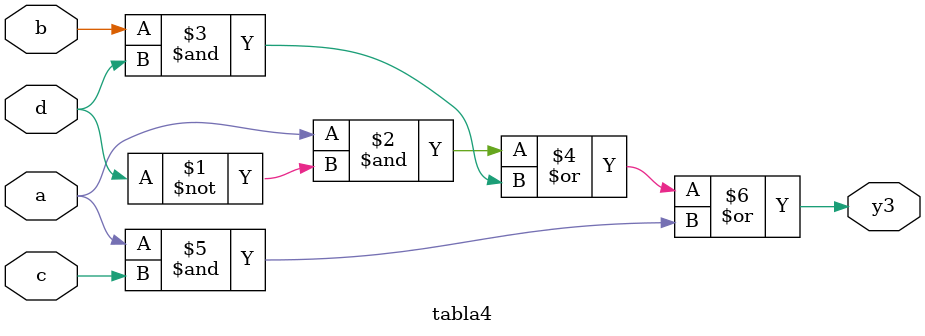
<source format=v>

module tabla1(input wire a,b,c, output wire y);

  assign y = ~a & ~c | a & c | ~b & ~c;
              
endmodule

module tabla2(input wire a,b,c, output wire y1);

  assign y1 = ~b;
              
endmodule
module tabla3(input wire a,b,c,d, output wire y2);

  assign y2 = ~a & ~b & ~c & ~d | a & b & ~c & ~d | a & ~b & c &~d | ~a & b & ~c & d | a & ~b & ~c & d| ~a & ~b & c & d | a & b & c & d | ~a & b & c & ~d;
              
endmodule
module tabla4(input wire a,b,c,d, output wire y3);

  assign y3 = a & ~d |b & d | a & c;
endmodule
</source>
